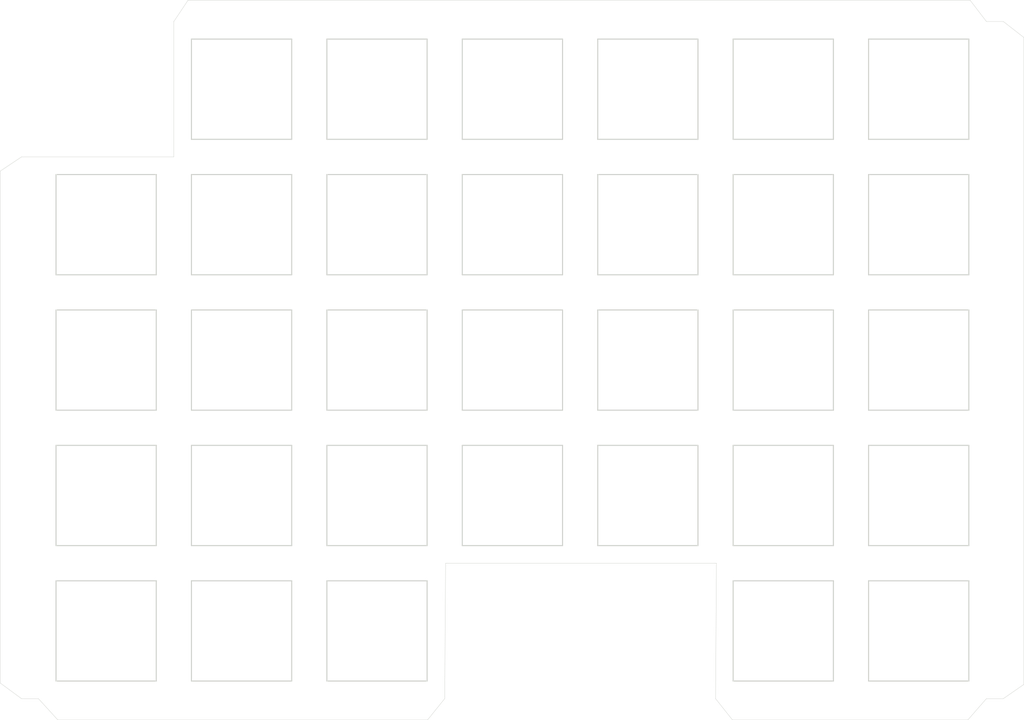
<source format=kicad_pcb>
(kicad_pcb (version 20240108) (generator "pcbnew") (generator_version "8.0")
  (layers (0 "F.Cu" signal) (31 "B.Cu" signal) (34 "B.Paste" user) (35 "F.Paste" user) (36 "B.SilkS" user "B.Silkscreen") (37 "F.SilkS" user "F.Silkscreen") (38 "B.Mask" user) (39 "F.Mask" user) (44 "Edge.Cuts" user))
  (net 0 "")
  (footprint "Salicylic-acid3-kbd_SW_Hole:SW_Hole_1u" (layer "F.Cu") (at 130.9563 99.375)
    (property "Reference" "SW3_2" (hide yes))
    (property "Value" "SW_Push" (hide yes))
    (fp_line (start -7.05 -7.05) (end 7.05 -7.05) (stroke (width 0.15)) (layer "Edge.Cuts"))
    (fp_line (start -7.05 7.05) (end -7.05 -7.05) (stroke (width 0.15)) (layer "Edge.Cuts"))
    (fp_line (start 7.05 -7.05) (end 7.05 7.05) (stroke (width 0.15)) (layer "Edge.Cuts"))
    (fp_line (start 7.05 7.05) (end -7.05 7.05) (stroke (width 0.15)) (layer "Edge.Cuts"))
  )
  (footprint "Salicylic-acid3-kbd_SW_Hole:SW_Hole_1u" (layer "F.Cu") (at 188.1063 118.425)
    (property "Reference" "SW0_4" (hide yes))
    (property "Value" "SW_Push" (hide yes))
    (fp_line (start -7.05 -7.05) (end 7.05 -7.05) (stroke (width 0.15)) (layer "Edge.Cuts"))
    (fp_line (start -7.05 7.05) (end -7.05 -7.05) (stroke (width 0.15)) (layer "Edge.Cuts"))
    (fp_line (start 7.05 -7.05) (end 7.05 7.05) (stroke (width 0.15)) (layer "Edge.Cuts"))
    (fp_line (start 7.05 7.05) (end -7.05 7.05) (stroke (width 0.15)) (layer "Edge.Cuts"))
  )
  (footprint "Salicylic-acid3-kbd_SW_Hole:SW_Hole_1u" (layer "F.Cu") (at 130.9563 118.425)
    (property "Reference" "SW4_3" (hide yes))
    (property "Value" "SW_Push" (hide yes))
    (fp_line (start -7.05 -7.05) (end 7.05 -7.05) (stroke (width 0.15)) (layer "Edge.Cuts"))
    (fp_line (start -7.05 7.05) (end -7.05 -7.05) (stroke (width 0.15)) (layer "Edge.Cuts"))
    (fp_line (start 7.05 -7.05) (end 7.05 7.05) (stroke (width 0.15)) (layer "Edge.Cuts"))
    (fp_line (start 7.05 7.05) (end -7.05 7.05) (stroke (width 0.15)) (layer "Edge.Cuts"))
  )
  (footprint "Salicylic-acid3-kbd_SW_Hole:SW_Hole_1u" (layer "F.Cu") (at 188.1063 99.375)
    (property "Reference" "SW6_2" (hide yes))
    (property "Value" "SW_Push" (hide yes))
    (fp_line (start -7.05 -7.05) (end 7.05 -7.05) (stroke (width 0.15)) (layer "Edge.Cuts"))
    (fp_line (start -7.05 7.05) (end -7.05 -7.05) (stroke (width 0.15)) (layer "Edge.Cuts"))
    (fp_line (start 7.05 -7.05) (end 7.05 7.05) (stroke (width 0.15)) (layer "Edge.Cuts"))
    (fp_line (start 7.05 7.05) (end -7.05 7.05) (stroke (width 0.15)) (layer "Edge.Cuts"))
  )
  (footprint "Salicylic-acid3-kbd_SW_Hole:SW_Hole_1u" (layer "F.Cu") (at 150.0063 61.275)
    (property "Reference" "SW2_0" (hide yes))
    (property "Value" "SW_Push" (hide yes))
    (fp_line (start -7.05 -7.05) (end 7.05 -7.05) (stroke (width 0.15)) (layer "Edge.Cuts"))
    (fp_line (start -7.05 7.05) (end -7.05 -7.05) (stroke (width 0.15)) (layer "Edge.Cuts"))
    (fp_line (start 7.05 -7.05) (end 7.05 7.05) (stroke (width 0.15)) (layer "Edge.Cuts"))
    (fp_line (start 7.05 7.05) (end -7.05 7.05) (stroke (width 0.15)) (layer "Edge.Cuts"))
  )
  (footprint "Salicylic-acid3-kbd_SW_Hole:SW_Hole_1u" (layer "F.Cu") (at 111.9063 118.425)
    (property "Reference" "SW2_3" (hide yes))
    (property "Value" "SW_Push" (hide yes))
    (fp_line (start -7.05 -7.05) (end 7.05 -7.05) (stroke (width 0.15)) (layer "Edge.Cuts"))
    (fp_line (start -7.05 7.05) (end -7.05 -7.05) (stroke (width 0.15)) (layer "Edge.Cuts"))
    (fp_line (start 7.05 -7.05) (end 7.05 7.05) (stroke (width 0.15)) (layer "Edge.Cuts"))
    (fp_line (start 7.05 7.05) (end -7.05 7.05) (stroke (width 0.15)) (layer "Edge.Cuts"))
  )
  (footprint "Salicylic-acid3-kbd_SW_Hole:SW_Hole_1u" (layer "F.Cu") (at 169.0563 61.275)
    (property "Reference" "SW3_0" (hide yes))
    (property "Value" "SW_Push" (hide yes))
    (fp_line (start -7.05 -7.05) (end 7.05 -7.05) (stroke (width 0.15)) (layer "Edge.Cuts"))
    (fp_line (start -7.05 7.05) (end -7.05 -7.05) (stroke (width 0.15)) (layer "Edge.Cuts"))
    (fp_line (start 7.05 -7.05) (end 7.05 7.05) (stroke (width 0.15)) (layer "Edge.Cuts"))
    (fp_line (start 7.05 7.05) (end -7.05 7.05) (stroke (width 0.15)) (layer "Edge.Cuts"))
  )
  (footprint "Salicylic-acid3-kbd_SW_Hole:SW_Hole_1u" (layer "F.Cu") (at 130.9563 61.275)
    (property "Reference" "SW1_0" (hide yes))
    (property "Value" "SW_Push" (hide yes))
    (fp_line (start -7.05 -7.05) (end 7.05 -7.05) (stroke (width 0.15)) (layer "Edge.Cuts"))
    (fp_line (start -7.05 7.05) (end -7.05 -7.05) (stroke (width 0.15)) (layer "Edge.Cuts"))
    (fp_line (start 7.05 -7.05) (end 7.05 7.05) (stroke (width 0.15)) (layer "Edge.Cuts"))
    (fp_line (start 7.05 7.05) (end -7.05 7.05) (stroke (width 0.15)) (layer "Edge.Cuts"))
  )
  (footprint "Salicylic-acid3-kbd_SW_Hole:SW_Hole_1u" (layer "F.Cu") (at 207.1563 99.375)
    (property "Reference" "SW0_3" (hide yes))
    (property "Value" "SW_Push" (hide yes))
    (fp_line (start -7.05 -7.05) (end 7.05 -7.05) (stroke (width 0.15)) (layer "Edge.Cuts"))
    (fp_line (start -7.05 7.05) (end -7.05 -7.05) (stroke (width 0.15)) (layer "Edge.Cuts"))
    (fp_line (start 7.05 -7.05) (end 7.05 7.05) (stroke (width 0.15)) (layer "Edge.Cuts"))
    (fp_line (start 7.05 7.05) (end -7.05 7.05) (stroke (width 0.15)) (layer "Edge.Cuts"))
  )
  (footprint "Salicylic-acid3-kbd_SW_Hole:SW_Hole_1u" (layer "F.Cu") (at 169.0563 118.425)
    (property "Reference" "SW6_3" (hide yes))
    (property "Value" "SW_Push" (hide yes))
    (fp_line (start -7.05 -7.05) (end 7.05 -7.05) (stroke (width 0.15)) (layer "Edge.Cuts"))
    (fp_line (start -7.05 7.05) (end -7.05 -7.05) (stroke (width 0.15)) (layer "Edge.Cuts"))
    (fp_line (start 7.05 -7.05) (end 7.05 7.05) (stroke (width 0.15)) (layer "Edge.Cuts"))
    (fp_line (start 7.05 7.05) (end -7.05 7.05) (stroke (width 0.15)) (layer "Edge.Cuts"))
  )
  (footprint "Salicylic-acid3-kbd_SW_Hole:SW_Hole_1u" (layer "F.Cu") (at 150.0063 118.425)
    (property "Reference" "SW5_3" (hide yes))
    (property "Value" "SW_Push" (hide yes))
    (fp_line (start -7.05 -7.05) (end 7.05 -7.05) (stroke (width 0.15)) (layer "Edge.Cuts"))
    (fp_line (start -7.05 7.05) (end -7.05 -7.05) (stroke (width 0.15)) (layer "Edge.Cuts"))
    (fp_line (start 7.05 -7.05) (end 7.05 7.05) (stroke (width 0.15)) (layer "Edge.Cuts"))
    (fp_line (start 7.05 7.05) (end -7.05 7.05) (stroke (width 0.15)) (layer "Edge.Cuts"))
  )
  (footprint "Salicylic-acid3-kbd_SW_Hole:SW_Hole_1u" (layer "F.Cu") (at 226.2063 137.475)
    (property "Reference" "SW2_5" (hide yes))
    (property "Value" "SW_Push" (hide yes))
    (fp_line (start -7.05 -7.05) (end 7.05 -7.05) (stroke (width 0.15)) (layer "Edge.Cuts"))
    (fp_line (start -7.05 7.05) (end -7.05 -7.05) (stroke (width 0.15)) (layer "Edge.Cuts"))
    (fp_line (start 7.05 -7.05) (end 7.05 7.05) (stroke (width 0.15)) (layer "Edge.Cuts"))
    (fp_line (start 7.05 7.05) (end -7.05 7.05) (stroke (width 0.15)) (layer "Edge.Cuts"))
  )
  (footprint "Salicylic-acid3-kbd_SW_Hole:SW_Hole_1u" (layer "F.Cu") (at 207.1563 137.475)
    (property "Reference" "SW1_5" (hide yes))
    (property "Value" "SW_Push" (hide yes))
    (fp_line (start -7.05 -7.05) (end 7.05 -7.05) (stroke (width 0.15)) (layer "Edge.Cuts"))
    (fp_line (start -7.05 7.05) (end -7.05 -7.05) (stroke (width 0.15)) (layer "Edge.Cuts"))
    (fp_line (start 7.05 -7.05) (end 7.05 7.05) (stroke (width 0.15)) (layer "Edge.Cuts"))
    (fp_line (start 7.05 7.05) (end -7.05 7.05) (stroke (width 0.15)) (layer "Edge.Cuts"))
  )
  (footprint "Salicylic-acid3-kbd_SW_Hole:SW_Hole_1u" (layer "F.Cu") (at 207.1563 118.425)
    (property "Reference" "SW1_4" (hide yes))
    (property "Value" "SW_Push" (hide yes))
    (fp_line (start -7.05 -7.05) (end 7.05 -7.05) (stroke (width 0.15)) (layer "Edge.Cuts"))
    (fp_line (start -7.05 7.05) (end -7.05 -7.05) (stroke (width 0.15)) (layer "Edge.Cuts"))
    (fp_line (start 7.05 -7.05) (end 7.05 7.05) (stroke (width 0.15)) (layer "Edge.Cuts"))
    (fp_line (start 7.05 7.05) (end -7.05 7.05) (stroke (width 0.15)) (layer "Edge.Cuts"))
  )
  (footprint "Salicylic-acid3-kbd_SW_Hole:SW_Hole_1u" (layer "F.Cu") (at 226.2063 99.375)
    (property "Reference" "SW1_3" (hide yes))
    (property "Value" "SW_Push" (hide yes))
    (fp_line (start -7.05 -7.05) (end 7.05 -7.05) (stroke (width 0.15)) (layer "Edge.Cuts"))
    (fp_line (start -7.05 7.05) (end -7.05 -7.05) (stroke (width 0.15)) (layer "Edge.Cuts"))
    (fp_line (start 7.05 -7.05) (end 7.05 7.05) (stroke (width 0.15)) (layer "Edge.Cuts"))
    (fp_line (start 7.05 7.05) (end -7.05 7.05) (stroke (width 0.15)) (layer "Edge.Cuts"))
  )
  (footprint "Salicylic-acid3-kbd_SW_Hole:SW_Hole_1u" (layer "F.Cu") (at 226.2063 118.425)
    (property "Reference" "SW2_4" (hide yes))
    (property "Value" "SW_Push" (hide yes))
    (fp_line (start -7.05 -7.05) (end 7.05 -7.05) (stroke (width 0.15)) (layer "Edge.Cuts"))
    (fp_line (start -7.05 7.05) (end -7.05 -7.05) (stroke (width 0.15)) (layer "Edge.Cuts"))
    (fp_line (start 7.05 -7.05) (end 7.05 7.05) (stroke (width 0.15)) (layer "Edge.Cuts"))
    (fp_line (start 7.05 7.05) (end -7.05 7.05) (stroke (width 0.15)) (layer "Edge.Cuts"))
  )
  (footprint "Salicylic-acid3-kbd_SW_Hole:SW_Hole_1u" (layer "F.Cu") (at 130.9563 137.475)
    (property "Reference" "SW5_4" (hide yes))
    (property "Value" "SW_Push" (hide yes))
    (fp_line (start -7.05 -7.05) (end 7.05 -7.05) (stroke (width 0.15)) (layer "Edge.Cuts"))
    (fp_line (start -7.05 7.05) (end -7.05 -7.05) (stroke (width 0.15)) (layer "Edge.Cuts"))
    (fp_line (start 7.05 -7.05) (end 7.05 7.05) (stroke (width 0.15)) (layer "Edge.Cuts"))
    (fp_line (start 7.05 7.05) (end -7.05 7.05) (stroke (width 0.15)) (layer "Edge.Cuts"))
  )
  (footprint "Salicylic-acid3-kbd_SW_Hole:SW_Hole_1u" (layer "F.Cu") (at 169.0563 80.325)
    (property "Reference" "SW4_1" (hide yes))
    (property "Value" "SW_Push" (hide yes))
    (fp_line (start -7.05 -7.05) (end 7.05 -7.05) (stroke (width 0.15)) (layer "Edge.Cuts"))
    (fp_line (start -7.05 7.05) (end -7.05 -7.05) (stroke (width 0.15)) (layer "Edge.Cuts"))
    (fp_line (start 7.05 -7.05) (end 7.05 7.05) (stroke (width 0.15)) (layer "Edge.Cuts"))
    (fp_line (start 7.05 7.05) (end -7.05 7.05) (stroke (width 0.15)) (layer "Edge.Cuts"))
  )
  (footprint "Salicylic-acid3-kbd_SW_Hole:SW_Hole_1u" (layer "F.Cu") (at 111.9063 80.325)
    (property "Reference" "SW0_1" (hide yes))
    (property "Value" "SW_Push" (hide yes))
    (fp_line (start -7.05 -7.05) (end 7.05 -7.05) (stroke (width 0.15)) (layer "Edge.Cuts"))
    (fp_line (start -7.05 7.05) (end -7.05 -7.05) (stroke (width 0.15)) (layer "Edge.Cuts"))
    (fp_line (start 7.05 -7.05) (end 7.05 7.05) (stroke (width 0.15)) (layer "Edge.Cuts"))
    (fp_line (start 7.05 7.05) (end -7.05 7.05) (stroke (width 0.15)) (layer "Edge.Cuts"))
  )
  (footprint "Salicylic-acid3-kbd_SW_Hole:SW_Hole_1u" (layer "F.Cu") (at 150.0063 137.475)
    (property "Reference" "SW6_4" (hide yes))
    (property "Value" "SW_Push" (hide yes))
    (fp_line (start -7.05 -7.05) (end 7.05 -7.05) (stroke (width 0.15)) (layer "Edge.Cuts"))
    (fp_line (start -7.05 7.05) (end -7.05 -7.05) (stroke (width 0.15)) (layer "Edge.Cuts"))
    (fp_line (start 7.05 -7.05) (end 7.05 7.05) (stroke (width 0.15)) (layer "Edge.Cuts"))
    (fp_line (start 7.05 7.05) (end -7.05 7.05) (stroke (width 0.15)) (layer "Edge.Cuts"))
  )
  (footprint "Salicylic-acid3-kbd_SW_Hole:SW_Hole_1u" (layer "F.Cu") (at 111.9063 137.475)
    (property "Reference" "SW3_4" (hide yes))
    (property "Value" "SW_Push" (hide yes))
    (fp_line (start -7.05 -7.05) (end 7.05 -7.05) (stroke (width 0.15)) (layer "Edge.Cuts"))
    (fp_line (start -7.05 7.05) (end -7.05 -7.05) (stroke (width 0.15)) (layer "Edge.Cuts"))
    (fp_line (start 7.05 -7.05) (end 7.05 7.05) (stroke (width 0.15)) (layer "Edge.Cuts"))
    (fp_line (start 7.05 7.05) (end -7.05 7.05) (stroke (width 0.15)) (layer "Edge.Cuts"))
  )
  (footprint "Salicylic-acid3-kbd_SW_Hole:SW_Hole_1u" (layer "F.Cu") (at 188.1063 80.325)
    (property "Reference" "SW5_1" (hide yes))
    (property "Value" "SW_Push" (hide yes))
    (fp_line (start -7.05 -7.05) (end 7.05 -7.05) (stroke (width 0.15)) (layer "Edge.Cuts"))
    (fp_line (start -7.05 7.05) (end -7.05 -7.05) (stroke (width 0.15)) (layer "Edge.Cuts"))
    (fp_line (start 7.05 -7.05) (end 7.05 7.05) (stroke (width 0.15)) (layer "Edge.Cuts"))
    (fp_line (start 7.05 7.05) (end -7.05 7.05) (stroke (width 0.15)) (layer "Edge.Cuts"))
  )
  (footprint "Salicylic-acid3-kbd_SW_Hole:SW_Hole_1u" (layer "F.Cu") (at 150.0063 99.375)
    (property "Reference" "SW4_2" (hide yes))
    (property "Value" "SW_Push" (hide yes))
    (fp_line (start -7.05 -7.05) (end 7.05 -7.05) (stroke (width 0.15)) (layer "Edge.Cuts"))
    (fp_line (start -7.05 7.05) (end -7.05 -7.05) (stroke (width 0.15)) (layer "Edge.Cuts"))
    (fp_line (start 7.05 -7.05) (end 7.05 7.05) (stroke (width 0.15)) (layer "Edge.Cuts"))
    (fp_line (start 7.05 7.05) (end -7.05 7.05) (stroke (width 0.15)) (layer "Edge.Cuts"))
  )
  (footprint "Salicylic-acid3-kbd_SW_Hole:SW_Hole_1u" (layer "F.Cu") (at 169.0563 99.375)
    (property "Reference" "SW5_2" (hide yes))
    (property "Value" "SW_Push" (hide yes))
    (fp_line (start -7.05 -7.05) (end 7.05 -7.05) (stroke (width 0.15)) (layer "Edge.Cuts"))
    (fp_line (start -7.05 7.05) (end -7.05 -7.05) (stroke (width 0.15)) (layer "Edge.Cuts"))
    (fp_line (start 7.05 -7.05) (end 7.05 7.05) (stroke (width 0.15)) (layer "Edge.Cuts"))
    (fp_line (start 7.05 7.05) (end -7.05 7.05) (stroke (width 0.15)) (layer "Edge.Cuts"))
  )
  (footprint "Salicylic-acid3-kbd_SW_Hole:SW_Hole_1u" (layer "F.Cu") (at 111.9063 99.375)
    (property "Reference" "SW1_2" (hide yes))
    (property "Value" "SW_Push" (hide yes))
    (fp_line (start -7.05 -7.05) (end 7.05 -7.05) (stroke (width 0.15)) (layer "Edge.Cuts"))
    (fp_line (start -7.05 7.05) (end -7.05 -7.05) (stroke (width 0.15)) (layer "Edge.Cuts"))
    (fp_line (start 7.05 -7.05) (end 7.05 7.05) (stroke (width 0.15)) (layer "Edge.Cuts"))
    (fp_line (start 7.05 7.05) (end -7.05 7.05) (stroke (width 0.15)) (layer "Edge.Cuts"))
  )
  (footprint "Salicylic-acid3-kbd_SW_Hole:SW_Hole_1u" (layer "F.Cu") (at 188.1063 61.275)
    (property "Reference" "SW4_0" (hide yes))
    (property "Value" "SW_Push" (hide yes))
    (fp_line (start -7.05 -7.05) (end 7.05 -7.05) (stroke (width 0.15)) (layer "Edge.Cuts"))
    (fp_line (start -7.05 7.05) (end -7.05 -7.05) (stroke (width 0.15)) (layer "Edge.Cuts"))
    (fp_line (start 7.05 -7.05) (end 7.05 7.05) (stroke (width 0.15)) (layer "Edge.Cuts"))
    (fp_line (start 7.05 7.05) (end -7.05 7.05) (stroke (width 0.15)) (layer "Edge.Cuts"))
  )
  (footprint "Salicylic-acid3-kbd_SW_Hole:SW_Hole_1u" (layer "F.Cu") (at 207.1563 61.275)
    (property "Reference" "SW5_0" (hide yes))
    (property "Value" "SW_Push" (hide yes))
    (fp_line (start -7.05 -7.05) (end 7.05 -7.05) (stroke (width 0.15)) (layer "Edge.Cuts"))
    (fp_line (start -7.05 7.05) (end -7.05 -7.05) (stroke (width 0.15)) (layer "Edge.Cuts"))
    (fp_line (start 7.05 -7.05) (end 7.05 7.05) (stroke (width 0.15)) (layer "Edge.Cuts"))
    (fp_line (start 7.05 7.05) (end -7.05 7.05) (stroke (width 0.15)) (layer "Edge.Cuts"))
  )
  (footprint "Salicylic-acid3-kbd_SW_Hole:SW_Hole_1u" (layer "F.Cu") (at 150.0063 80.325)
    (property "Reference" "SW3_1" (hide yes))
    (property "Value" "SW_Push" (hide yes))
    (fp_line (start -7.05 -7.05) (end 7.05 -7.05) (stroke (width 0.15)) (layer "Edge.Cuts"))
    (fp_line (start -7.05 7.05) (end -7.05 -7.05) (stroke (width 0.15)) (layer "Edge.Cuts"))
    (fp_line (start 7.05 -7.05) (end 7.05 7.05) (stroke (width 0.15)) (layer "Edge.Cuts"))
    (fp_line (start 7.05 7.05) (end -7.05 7.05) (stroke (width 0.15)) (layer "Edge.Cuts"))
  )
  (footprint "Salicylic-acid3-kbd_SW_Hole:SW_Hole_1u" (layer "F.Cu") (at 226.2063 80.325)
    (property "Reference" "SW0_2" (hide yes))
    (property "Value" "SW_Push" (hide yes))
    (fp_line (start -7.05 -7.05) (end 7.05 -7.05) (stroke (width 0.15)) (layer "Edge.Cuts"))
    (fp_line (start -7.05 7.05) (end -7.05 -7.05) (stroke (width 0.15)) (layer "Edge.Cuts"))
    (fp_line (start 7.05 -7.05) (end 7.05 7.05) (stroke (width 0.15)) (layer "Edge.Cuts"))
    (fp_line (start 7.05 7.05) (end -7.05 7.05) (stroke (width 0.15)) (layer "Edge.Cuts"))
  )
  (footprint "Salicylic-acid3-kbd_SW_Hole:SW_Hole_1u" (layer "F.Cu") (at 226.2063 61.275)
    (property "Reference" "SW6_0" (hide yes))
    (property "Value" "SW_Push" (hide yes))
    (fp_line (start -7.05 -7.05) (end 7.05 -7.05) (stroke (width 0.15)) (layer "Edge.Cuts"))
    (fp_line (start -7.05 7.05) (end -7.05 -7.05) (stroke (width 0.15)) (layer "Edge.Cuts"))
    (fp_line (start 7.05 -7.05) (end 7.05 7.05) (stroke (width 0.15)) (layer "Edge.Cuts"))
    (fp_line (start 7.05 7.05) (end -7.05 7.05) (stroke (width 0.15)) (layer "Edge.Cuts"))
  )
  (footprint "Salicylic-acid3-kbd_SW_Hole:SW_Hole_1u" (layer "F.Cu") (at 130.9563 80.325)
    (property "Reference" "SW2_1" (hide yes))
    (property "Value" "SW_Push" (hide yes))
    (fp_line (start -7.05 -7.05) (end 7.05 -7.05) (stroke (width 0.15)) (layer "Edge.Cuts"))
    (fp_line (start -7.05 7.05) (end -7.05 -7.05) (stroke (width 0.15)) (layer "Edge.Cuts"))
    (fp_line (start 7.05 -7.05) (end 7.05 7.05) (stroke (width 0.15)) (layer "Edge.Cuts"))
    (fp_line (start 7.05 7.05) (end -7.05 7.05) (stroke (width 0.15)) (layer "Edge.Cuts"))
  )
  (footprint "Salicylic-acid3-kbd_SW_Hole:SW_Hole_1u" (layer "F.Cu") (at 207.1563 80.325)
    (property "Reference" "SW6_1" (hide yes))
    (property "Value" "SW_Push" (hide yes))
    (fp_line (start -7.05 -7.05) (end 7.05 -7.05) (stroke (width 0.15)) (layer "Edge.Cuts"))
    (fp_line (start -7.05 7.05) (end -7.05 -7.05) (stroke (width 0.15)) (layer "Edge.Cuts"))
    (fp_line (start 7.05 -7.05) (end 7.05 7.05) (stroke (width 0.15)) (layer "Edge.Cuts"))
    (fp_line (start 7.05 7.05) (end -7.05 7.05) (stroke (width 0.15)) (layer "Edge.Cuts"))
  )
  (gr_line (start 121.43125 51.75) (end 121.43125 51.75) (stroke (width 0.05)) (layer "Edge.Cuts"))
  (gr_line (start 233.1125 150) (end 235.73125 147) (stroke (width 0.05)) (layer "Edge.Cuts"))
  (gr_line (start 238.1125 51.75) (end 235.73125 51.75) (stroke (width 0.05)) (layer "Edge.Cuts"))
  (gr_line (start 233.43125 48.75) (end 235.73125 51.75) (stroke (width 0.05)) (layer "Edge.Cuts"))
  (gr_line (start 123.43125 48.75) (end 233.43125 48.75) (stroke (width 0.05)) (layer "Edge.Cuts"))
  (gr_line (start 97 72.8) (end 100 70.8) (stroke (width 0.05)) (layer "Edge.Cuts"))
  (gr_line (start 97 144.8) (end 97 72.8) (stroke (width 0.05)) (layer "Edge.Cuts"))
  (gr_line (start 241 145) (end 238.1125 147) (stroke (width 0.05)) (layer "Edge.Cuts"))
  (gr_line (start 105.1125 150) (end 102.38125 147) (stroke (width 0.05)) (layer "Edge.Cuts"))
  (gr_line (start 197.75625 127.95) (end 159.65625 127.95) (stroke (width 0.05)) (layer "Edge.Cuts"))
  (gr_line (start 157.1125 150) (end 105.1125 150) (stroke (width 0.05)) (layer "Edge.Cuts"))
  (gr_line (start 241 54) (end 241 145) (stroke (width 0.05)) (layer "Edge.Cuts"))
  (gr_line (start 241 54) (end 238.1125 51.75) (stroke (width 0.05)) (layer "Edge.Cuts"))
  (gr_line (start 200.0125 150) (end 197.63125 147) (stroke (width 0.05)) (layer "Edge.Cuts"))
  (gr_line (start 197.63125 147) (end 197.75625 127.95) (stroke (width 0.05)) (layer "Edge.Cuts"))
  (gr_line (start 121.43125 70.8) (end 121.43125 51.75) (stroke (width 0.05)) (layer "Edge.Cuts"))
  (gr_line (start 159.65625 127.95) (end 159.53125 147) (stroke (width 0.05)) (layer "Edge.Cuts"))
  (gr_line (start 238.1125 147) (end 235.73125 147) (stroke (width 0.05)) (layer "Edge.Cuts"))
  (gr_line (start 200.0125 150) (end 233.1125 150) (stroke (width 0.05)) (layer "Edge.Cuts"))
  (gr_line (start 121.43125 51.75) (end 123.43125 48.75) (stroke (width 0.05)) (layer "Edge.Cuts"))
  (gr_line (start 97 144.8) (end 100 147) (stroke (width 0.05)) (layer "Edge.Cuts"))
  (gr_line (start 157.1125 150) (end 159.53125 147) (stroke (width 0.05)) (layer "Edge.Cuts"))
  (gr_line (start 100 70.8) (end 121.43125 70.8) (stroke (width 0.05)) (layer "Edge.Cuts"))
  (gr_line (start 100 147) (end 102.38125 147) (stroke (width 0.05)) (layer "Edge.Cuts"))
)
</source>
